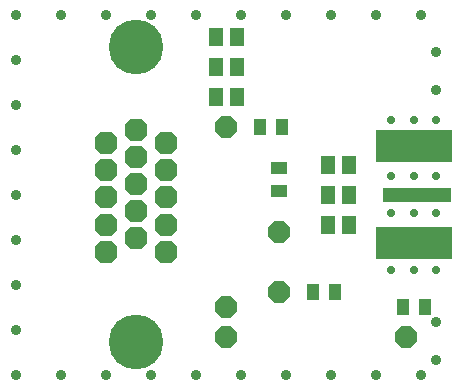
<source format=gts>
G04 EAGLE Gerber X2 export*
%TF.Part,Single*%
%TF.FileFunction,Soldermask,Top,1*%
%TF.FilePolarity,Negative*%
%TF.GenerationSoftware,Autodesk,EAGLE,9.0.0*%
%TF.CreationDate,2018-05-04T14:31:41Z*%
G75*
%MOIN*%
%FSLAX34Y34*%
%LPD*%
%AMOC8*
5,1,8,0,0,1.08239X$1,22.5*%
G01*
%ADD10R,0.056181X0.040433*%
%ADD11R,0.040433X0.056181*%
%ADD12P,0.081179X8X292.500000*%
%ADD13P,0.081179X8X22.500000*%
%ADD14R,0.048307X0.060118*%
%ADD15P,0.082117X8X292.500000*%
%ADD16C,0.182165*%
%ADD17R,0.230000X0.046000*%
%ADD18R,0.255000X0.105000*%
%ADD19C,0.028780*%
%ADD20C,0.034685*%


D10*
X9250Y6626D03*
X9250Y7374D03*
D11*
X10376Y3250D03*
X11124Y3250D03*
X13376Y2750D03*
X14124Y2750D03*
X8626Y8750D03*
X9374Y8750D03*
D12*
X7500Y8750D03*
X7500Y2750D03*
X9250Y5250D03*
X9250Y3250D03*
D13*
X7500Y1750D03*
X13500Y1750D03*
D14*
X11594Y5500D03*
X10906Y5500D03*
X11594Y6500D03*
X10906Y6500D03*
X11594Y7500D03*
X10906Y7500D03*
X7844Y11750D03*
X7156Y11750D03*
X7156Y10750D03*
X7844Y10750D03*
X7844Y9750D03*
X7156Y9750D03*
D15*
X5500Y8205D03*
X5500Y7303D03*
X5500Y6402D03*
X5500Y5500D03*
X5500Y4598D03*
X3500Y8205D03*
X3500Y7303D03*
X3500Y6402D03*
X3500Y5500D03*
X3500Y4598D03*
X4500Y8656D03*
X4500Y7754D03*
X4500Y6852D03*
X4500Y5951D03*
X4500Y5049D03*
D16*
X4500Y11421D03*
X4500Y1579D03*
D17*
X13868Y6500D03*
D18*
X13750Y4875D03*
X13750Y8125D03*
D19*
X14500Y7125D03*
X13750Y7125D03*
X13000Y7125D03*
X13750Y5875D03*
X14500Y5875D03*
X13000Y5875D03*
X13000Y9000D03*
X13750Y9000D03*
X14500Y9000D03*
X13000Y4000D03*
X13750Y4000D03*
X14500Y4000D03*
D20*
X500Y500D03*
X2000Y500D03*
X3500Y500D03*
X5000Y500D03*
X6500Y500D03*
X8000Y500D03*
X9500Y500D03*
X11000Y500D03*
X12500Y500D03*
X14000Y500D03*
X500Y2000D03*
X500Y3500D03*
X500Y5000D03*
X500Y6500D03*
X500Y8000D03*
X500Y9500D03*
X500Y11000D03*
X500Y12500D03*
X2000Y12500D03*
X3500Y12500D03*
X5000Y12500D03*
X6500Y12500D03*
X8000Y12500D03*
X9500Y12500D03*
X11000Y12500D03*
X12500Y12500D03*
X14000Y12500D03*
X14500Y11250D03*
X14500Y10000D03*
X14500Y1000D03*
X14500Y2250D03*
M02*

</source>
